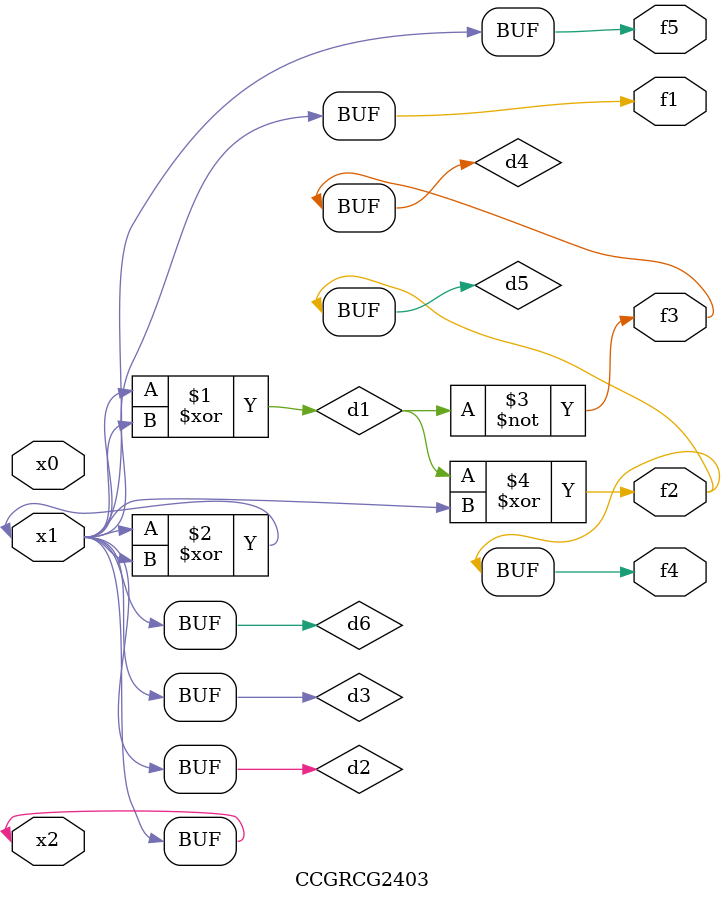
<source format=v>
module CCGRCG2403(
	input x0, x1, x2,
	output f1, f2, f3, f4, f5
);

	wire d1, d2, d3, d4, d5, d6;

	xor (d1, x1, x2);
	buf (d2, x1, x2);
	xor (d3, x1, x2);
	nor (d4, d1);
	xor (d5, d1, d2);
	buf (d6, d2, d3);
	assign f1 = d6;
	assign f2 = d5;
	assign f3 = d4;
	assign f4 = d5;
	assign f5 = d6;
endmodule

</source>
